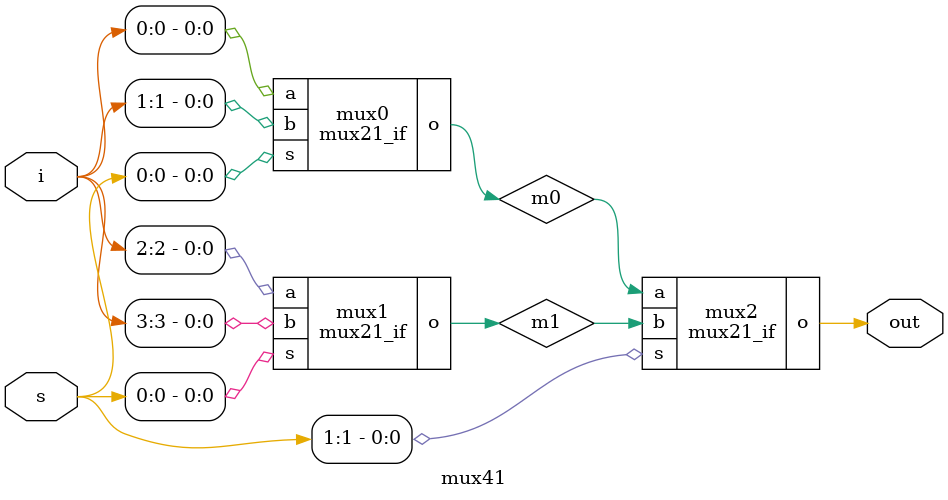
<source format=v>
module mux21_if(o, a, b, s);
  output reg o;
  input a, b, s;
  always @(*) begin
    if (s == 1'b0)
      o = a;
    else
      o = b;
  end
endmodule

// 4:1 Multiplexer using 2:1 Multiplexer
module mux41(out, i, s);
  output out;
  input [3:0] i; // 4 input lines
  input [1:0] s; // 2-bit select signal

  wire m0, m1; // Intermediate wires for 2:1 muxes

  // First layer: Combine pairs of inputs
  mux21_if mux0(m0, i[0], i[1], s[0]); // Select between i[0] and i[1]
  mux21_if mux1(m1, i[2], i[3], s[0]); // Select between i[2] and i[3]

  // Final layer: Combine results of first layer
  mux21_if mux2(out, m0, m1, s[1]); // Select between m0 and m1
endmodule

</source>
